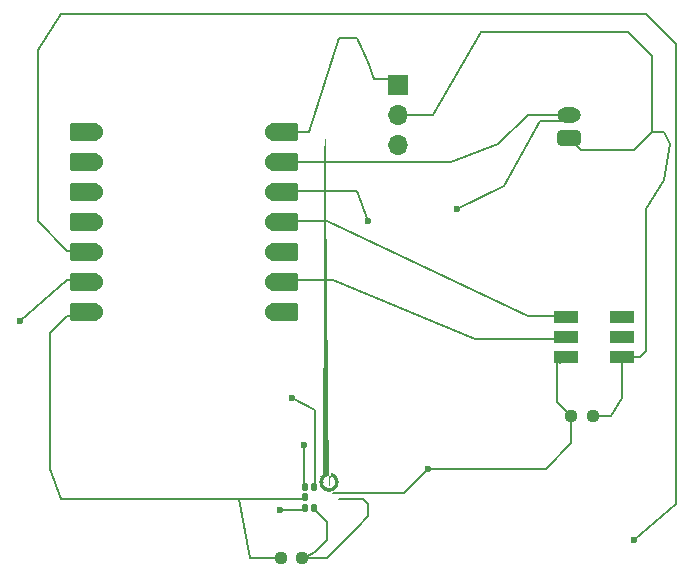
<source format=gbr>
%TF.GenerationSoftware,KiCad,Pcbnew,8.0.8*%
%TF.CreationDate,2025-02-16T12:10:03-08:00*%
%TF.ProjectId,514_pcb,3531345f-7063-4622-9e6b-696361645f70,rev?*%
%TF.SameCoordinates,Original*%
%TF.FileFunction,Copper,L1,Top*%
%TF.FilePolarity,Positive*%
%FSLAX46Y46*%
G04 Gerber Fmt 4.6, Leading zero omitted, Abs format (unit mm)*
G04 Created by KiCad (PCBNEW 8.0.8) date 2025-02-16 12:10:03*
%MOMM*%
%LPD*%
G01*
G04 APERTURE LIST*
G04 Aperture macros list*
%AMRoundRect*
0 Rectangle with rounded corners*
0 $1 Rounding radius*
0 $2 $3 $4 $5 $6 $7 $8 $9 X,Y pos of 4 corners*
0 Add a 4 corners polygon primitive as box body*
4,1,4,$2,$3,$4,$5,$6,$7,$8,$9,$2,$3,0*
0 Add four circle primitives for the rounded corners*
1,1,$1+$1,$2,$3*
1,1,$1+$1,$4,$5*
1,1,$1+$1,$6,$7*
1,1,$1+$1,$8,$9*
0 Add four rect primitives between the rounded corners*
20,1,$1+$1,$2,$3,$4,$5,0*
20,1,$1+$1,$4,$5,$6,$7,0*
20,1,$1+$1,$6,$7,$8,$9,0*
20,1,$1+$1,$8,$9,$2,$3,0*%
%AMFreePoly0*
4,1,53,0.180687,1.453641,0.352314,1.393587,0.506274,1.296847,0.634847,1.168274,0.731587,1.014314,0.791641,0.842687,0.812000,0.662000,0.791641,0.481313,0.731587,0.309686,0.634847,0.155726,0.506274,0.027153,0.352314,-0.069587,0.180687,-0.129641,0.000000,-0.150000,-0.180687,-0.129641,-0.352314,-0.069587,-0.506274,0.027153,-0.634847,0.155726,-0.731587,0.309686,-0.791641,0.481313,
-0.812000,0.662000,-0.517265,0.662000,-0.496312,0.516270,-0.435151,0.382345,-0.338737,0.271077,-0.214880,0.191479,-0.073614,0.150000,0.073614,0.150000,0.214880,0.191479,0.338737,0.271077,0.435151,0.382345,0.496312,0.516270,0.517265,0.662000,0.496312,0.807730,0.435151,0.941655,0.338737,1.052923,0.214880,1.132521,0.073614,1.174000,-0.073614,1.174000,-0.214880,1.132521,
-0.338737,1.052923,-0.435151,0.941655,-0.496312,0.807730,-0.517265,0.662000,-0.812000,0.662000,-0.791641,0.842687,-0.731587,1.014314,-0.634847,1.168274,-0.506274,1.296847,-0.352314,1.393587,-0.180687,1.453641,0.000000,1.474000,0.180687,1.453641,0.180687,1.453641,$1*%
G04 Aperture macros list end*
%TA.AperFunction,Conductor*%
%ADD10C,0.200000*%
%TD*%
%TA.AperFunction,SMDPad,CuDef*%
%ADD11RoundRect,0.152400X1.063600X0.609600X-1.063600X0.609600X-1.063600X-0.609600X1.063600X-0.609600X0*%
%TD*%
%TA.AperFunction,ComponentPad*%
%ADD12C,1.524000*%
%TD*%
%TA.AperFunction,SMDPad,CuDef*%
%ADD13RoundRect,0.152400X-1.063600X-0.609600X1.063600X-0.609600X1.063600X0.609600X-1.063600X0.609600X0*%
%TD*%
%TA.AperFunction,ComponentPad*%
%ADD14R,1.700000X1.700000*%
%TD*%
%TA.AperFunction,ComponentPad*%
%ADD15O,1.700000X1.700000*%
%TD*%
%TA.AperFunction,SMDPad,CuDef*%
%ADD16R,2.000000X1.100000*%
%TD*%
%TA.AperFunction,SMDPad,CuDef*%
%ADD17RoundRect,0.237500X0.250000X0.237500X-0.250000X0.237500X-0.250000X-0.237500X0.250000X-0.237500X0*%
%TD*%
%TA.AperFunction,SMDPad,CuDef*%
%ADD18RoundRect,0.237500X-0.250000X-0.237500X0.250000X-0.237500X0.250000X0.237500X-0.250000X0.237500X0*%
%TD*%
%TA.AperFunction,SMDPad,CuDef*%
%ADD19RoundRect,0.130500X0.130500X-0.169500X0.130500X0.169500X-0.130500X0.169500X-0.130500X-0.169500X0*%
%TD*%
%TA.AperFunction,SMDPad,CuDef*%
%ADD20FreePoly0,180.000000*%
%TD*%
%TA.AperFunction,ComponentPad*%
%ADD21RoundRect,0.250000X0.750000X0.400000X-0.750000X0.400000X-0.750000X-0.400000X0.750000X-0.400000X0*%
%TD*%
%TA.AperFunction,ComponentPad*%
%ADD22O,2.000000X1.300000*%
%TD*%
%TA.AperFunction,ViaPad*%
%ADD23C,0.600000*%
%TD*%
G04 APERTURE END LIST*
D10*
%TO.N,Net-(BT1-+)*%
X118000000Y-74500000D02*
X115500000Y-74500000D01*
X122000000Y-67500000D02*
X118000000Y-74500000D01*
%TO.N,Net-(SW1-A)*%
X113000000Y-71500000D02*
X112500000Y-70000000D01*
X114500000Y-71500000D02*
X113000000Y-71500000D01*
%TO.N,Net-(MK1-DATA)*%
X87500000Y-91500000D02*
X87000000Y-91500000D01*
%TO.N,Net-(MK1-BCLK)*%
X87000000Y-88500000D02*
X88000000Y-88500000D01*
%TO.N,Net-(MK1-WS)*%
X87500000Y-86000000D02*
X87000000Y-86000000D01*
%TO.N,Net-(MK1-VDD)*%
X106000000Y-81000000D02*
X107000000Y-81000000D01*
%TO.N,Net-(BT1-+)*%
X134500000Y-95000000D02*
X134250000Y-95000000D01*
X134000000Y-95000000D02*
X134500000Y-95000000D01*
X134000000Y-98500000D02*
X134000000Y-95000000D01*
X133000000Y-100000000D02*
X134000000Y-98500000D01*
X131500000Y-100000000D02*
X133000000Y-100000000D01*
X138000000Y-77000000D02*
X137500000Y-80000000D01*
X137500000Y-76000000D02*
X138000000Y-77000000D01*
X136500000Y-76000000D02*
X137500000Y-76000000D01*
X136000000Y-82500000D02*
X137500000Y-80000000D01*
%TO.N,Net-(D1-CI)*%
X121500000Y-93500000D02*
X129000000Y-93500000D01*
X109500000Y-88500000D02*
X121500000Y-93500000D01*
X106000000Y-88500000D02*
X109500000Y-88500000D01*
%TO.N,Net-(BT1-+)*%
X130000000Y-77000000D02*
X130500000Y-77500000D01*
%TO.N,Net-(D1-DI)*%
X109000000Y-83500000D02*
X106000000Y-83500000D01*
X126000000Y-91500000D02*
X109000000Y-83500000D01*
X126000000Y-91500000D02*
X128500000Y-91500000D01*
%TO.N,GND*%
X124000000Y-80500000D02*
X120000000Y-82500000D01*
X117500000Y-104500000D02*
X115500000Y-106500000D01*
X127000000Y-75000000D02*
X129000000Y-75000000D01*
X124000000Y-80500000D02*
X127000000Y-75000000D01*
X126000000Y-74500000D02*
X128500000Y-74500000D01*
X123500000Y-77000000D02*
X126000000Y-74500000D01*
%TO.N,Net-(MK1-WS)*%
X138500000Y-68500000D02*
X136000000Y-66000000D01*
%TO.N,Net-(MK1-VDD)*%
X107000000Y-106000000D02*
X107000000Y-102500000D01*
%TO.N,GND*%
X108500000Y-78500000D02*
X119500000Y-78500000D01*
%TO.N,Net-(BT1-+)*%
X135000000Y-77500000D02*
X136500000Y-76000000D01*
%TO.N,Net-(MK1-BCLK)*%
X108000000Y-99500000D02*
X108000000Y-106000000D01*
%TO.N,Net-(BT1-+)*%
X135000000Y-77500000D02*
X130500000Y-77500000D01*
%TO.N,GND*%
X111500000Y-109500000D02*
X112500000Y-108500000D01*
X112500000Y-108500000D02*
X112500000Y-107500000D01*
%TO.N,Net-(SW1-A)*%
X107500000Y-76000000D02*
X106500000Y-76000000D01*
%TO.N,Net-(MK1-BCLK)*%
X83000000Y-92000000D02*
X87000000Y-88500000D01*
%TO.N,Net-(BT1-+)*%
X134500000Y-67500000D02*
X136500000Y-69500000D01*
%TO.N,GND*%
X119500000Y-78500000D02*
X123500000Y-77000000D01*
%TO.N,Net-(SW1-A)*%
X110000000Y-68000000D02*
X107500000Y-76000000D01*
%TO.N,GND*%
X109000000Y-112000000D02*
X107000000Y-112000000D01*
%TO.N,Net-(BT1-+)*%
X122000000Y-67500000D02*
X134500000Y-67500000D01*
%TO.N,Net-(MK1-DATA)*%
X85500000Y-93000000D02*
X87000000Y-91500000D01*
%TO.N,Net-(MK1-VDD)*%
X112500000Y-83500000D02*
X111500000Y-81000000D01*
%TO.N,GND*%
X108500000Y-78500000D02*
X105500000Y-78500000D01*
%TO.N,Net-(MK1-WS)*%
X105000000Y-108000000D02*
X107000000Y-108000000D01*
%TO.N,Net-(MK1-DATA)*%
X102500000Y-112000000D02*
X101500000Y-107000000D01*
%TO.N,Net-(MK1-WS)*%
X84500000Y-69000000D02*
X86500000Y-66000000D01*
X136000000Y-66000000D02*
X86500000Y-66000000D01*
%TO.N,GND*%
X109000000Y-110500000D02*
X108000000Y-111500000D01*
%TO.N,Net-(MK1-DATA)*%
X85500000Y-99500000D02*
X85500000Y-93000000D01*
X86500000Y-107000000D02*
X107000000Y-107000000D01*
%TO.N,GND*%
X108000000Y-108000000D02*
X109000000Y-109000000D01*
%TO.N,Net-(SW1-A)*%
X112500000Y-70000000D02*
X111500000Y-68000000D01*
%TO.N,GND*%
X108000000Y-111500000D02*
X107000000Y-112000000D01*
X112500000Y-107500000D02*
X112000000Y-107000000D01*
%TO.N,Net-(MK1-DATA)*%
X85500000Y-99500000D02*
X85500000Y-104500000D01*
%TO.N,GND*%
X111500000Y-109500000D02*
X109000000Y-112000000D01*
%TO.N,Net-(MK1-DATA)*%
X102500000Y-112000000D02*
X105000000Y-112000000D01*
%TO.N,Net-(MK1-VDD)*%
X107000000Y-81000000D02*
X111500000Y-81000000D01*
%TO.N,Net-(MK1-WS)*%
X135000000Y-110500000D02*
X138500000Y-107500000D01*
%TO.N,GND*%
X109000000Y-109000000D02*
X109000000Y-110500000D01*
%TO.N,Net-(MK1-DATA)*%
X86500000Y-107000000D02*
X85500000Y-104500000D01*
%TO.N,Net-(MK1-WS)*%
X84500000Y-83500000D02*
X87000000Y-86000000D01*
%TO.N,GND*%
X109500000Y-106500000D02*
X115500000Y-106500000D01*
%TO.N,Net-(MK1-BCLK)*%
X108000000Y-99500000D02*
X106000000Y-98500000D01*
%TO.N,Net-(SW1-A)*%
X111500000Y-68000000D02*
X110000000Y-68000000D01*
%TO.N,Net-(MK1-WS)*%
X84500000Y-69000000D02*
X84500000Y-83500000D01*
%TO.N,GND*%
X112000000Y-107000000D02*
X110000000Y-107000000D01*
%TO.N,Net-(BT1-+)*%
X136500000Y-69500000D02*
X136500000Y-76000000D01*
%TO.N,Net-(MK1-WS)*%
X138500000Y-107500000D02*
X138500000Y-68500000D01*
%TD*%
D11*
%TO.P,U1,1,GPIO1/D0/A0*%
%TO.N,unconnected-(U1-GPIO1{slash}D0{slash}A0-Pad1)*%
X88425000Y-75960000D03*
D12*
%TO.N,unconnected-(U1-GPIO1{slash}D0{slash}A0-Pad1)_1*%
X89260000Y-75960000D03*
D11*
%TO.P,U1,2,GPIO2/DA/A1*%
%TO.N,unconnected-(U1-GPIO2{slash}DA{slash}A1-Pad2)*%
X88425000Y-78500000D03*
D12*
%TO.N,unconnected-(U1-GPIO2{slash}DA{slash}A1-Pad2)_1*%
X89260000Y-78500000D03*
D11*
%TO.P,U1,3,GPIO3/D2/A2*%
%TO.N,unconnected-(U1-GPIO3{slash}D2{slash}A2-Pad3)_1*%
X88425000Y-81040000D03*
D12*
%TO.N,unconnected-(U1-GPIO3{slash}D2{slash}A2-Pad3)*%
X89260000Y-81040000D03*
D11*
%TO.P,U1,4,GPIO4/D3/A3*%
%TO.N,unconnected-(U1-GPIO4{slash}D3{slash}A3-Pad4)_1*%
X88425000Y-83580000D03*
D12*
%TO.N,unconnected-(U1-GPIO4{slash}D3{slash}A3-Pad4)*%
X89260000Y-83580000D03*
D11*
%TO.P,U1,5,GPIO5/D4/I2C_SDA*%
%TO.N,Net-(MK1-WS)*%
X88425000Y-86120000D03*
D12*
X89260000Y-86120000D03*
D11*
%TO.P,U1,6,GPIO9/D5/I2C_SCL*%
%TO.N,Net-(MK1-BCLK)*%
X88425000Y-88660000D03*
D12*
X89260000Y-88660000D03*
D11*
%TO.P,U1,7,U0TXD/D6/TX*%
%TO.N,Net-(MK1-DATA)*%
X88425000Y-91200000D03*
D12*
X89260000Y-91200000D03*
%TO.P,U1,8,U0RXD/D7/RX*%
%TO.N,unconnected-(U1-U0RXD{slash}D7{slash}RX-Pad8)_1*%
X104500000Y-91200000D03*
D13*
%TO.N,unconnected-(U1-U0RXD{slash}D7{slash}RX-Pad8)*%
X105335000Y-91200000D03*
D12*
%TO.P,U1,9,GPIO7/D8/A8/SCK*%
%TO.N,Net-(D1-CI)*%
X104500000Y-88660000D03*
D13*
X105335000Y-88660000D03*
D12*
%TO.P,U1,10,GPIO8/D9/A9/MISO*%
%TO.N,unconnected-(U1-GPIO8{slash}D9{slash}A9{slash}MISO-Pad10)_1*%
X104500000Y-86120000D03*
D13*
%TO.N,unconnected-(U1-GPIO8{slash}D9{slash}A9{slash}MISO-Pad10)*%
X105335000Y-86120000D03*
D12*
%TO.P,U1,11,GPIO9/D10/A10/MOSI*%
%TO.N,Net-(D1-DI)*%
X104500000Y-83580000D03*
D13*
X105335000Y-83580000D03*
D12*
%TO.P,U1,12,VCC_3V3*%
%TO.N,Net-(MK1-VDD)*%
X104500000Y-81040000D03*
D13*
X105335000Y-81040000D03*
D12*
%TO.P,U1,13,GND*%
%TO.N,GND*%
X104500000Y-78500000D03*
D13*
X105335000Y-78500000D03*
D12*
%TO.P,U1,14,VBUS*%
%TO.N,Net-(SW1-A)*%
X104500000Y-75960000D03*
D13*
X105335000Y-75960000D03*
%TD*%
D14*
%TO.P,SW1,1,A*%
%TO.N,Net-(SW1-A)*%
X115000000Y-72000000D03*
D15*
%TO.P,SW1,2,B*%
%TO.N,Net-(BT1-+)*%
X115000000Y-74540000D03*
%TO.P,SW1,3,C*%
%TO.N,unconnected-(SW1-C-Pad3)*%
X115000000Y-77080000D03*
%TD*%
D16*
%TO.P,D1,1,DI*%
%TO.N,Net-(D1-DI)*%
X129200000Y-91600000D03*
%TO.P,D1,2,CI*%
%TO.N,Net-(D1-CI)*%
X129200000Y-93300000D03*
%TO.P,D1,3,GND*%
%TO.N,GND*%
X129200000Y-95000000D03*
%TO.P,D1,4,VCC*%
%TO.N,Net-(BT1-+)*%
X134000000Y-95000000D03*
%TO.P,D1,5,CO*%
%TO.N,unconnected-(D1-CO-Pad5)*%
X134000000Y-93300000D03*
%TO.P,D1,6,DO*%
%TO.N,unconnected-(D1-DO-Pad6)*%
X134000000Y-91600000D03*
%TD*%
D17*
%TO.P,C1,1*%
%TO.N,Net-(BT1-+)*%
X131500000Y-100000000D03*
%TO.P,C1,2*%
%TO.N,GND*%
X129675000Y-100000000D03*
%TD*%
D18*
%TO.P,R1,1*%
%TO.N,Net-(MK1-DATA)*%
X105087500Y-112000000D03*
%TO.P,R1,2*%
%TO.N,GND*%
X106912500Y-112000000D03*
%TD*%
D19*
%TO.P,MK1,1,WS*%
%TO.N,Net-(MK1-WS)*%
X107094000Y-107800000D03*
%TO.P,MK1,2,SEL*%
%TO.N,GND*%
X107916000Y-107800000D03*
D20*
%TO.P,MK1,3,GND*%
X109168000Y-106238000D03*
D19*
%TO.P,MK1,4,BCLK*%
%TO.N,Net-(MK1-BCLK)*%
X107916000Y-106000000D03*
%TO.P,MK1,5,VDD*%
%TO.N,Net-(MK1-VDD)*%
X107094000Y-106000000D03*
%TO.P,MK1,6,DATA*%
%TO.N,Net-(MK1-DATA)*%
X107094000Y-106900000D03*
%TD*%
D21*
%TO.P,BT1,1,+*%
%TO.N,Net-(BT1-+)*%
X129500000Y-76500000D03*
D22*
%TO.P,BT1,2,-*%
%TO.N,GND*%
X129500000Y-74500000D03*
%TD*%
D23*
%TO.N,GND*%
X120000000Y-82500000D03*
X117500000Y-104500000D03*
%TO.N,Net-(MK1-VDD)*%
X107000000Y-102500000D03*
X112500000Y-83500000D03*
%TO.N,Net-(MK1-WS)*%
X105000000Y-108000000D03*
X135000000Y-110500000D03*
%TO.N,Net-(MK1-BCLK)*%
X83000000Y-92000000D03*
X106000000Y-98500000D03*
%TD*%
D10*
%TO.N,Net-(BT1-+)*%
X135500000Y-95000000D02*
X136000000Y-94500000D01*
X136000000Y-94500000D02*
X136000000Y-82500000D01*
X134000000Y-95000000D02*
X135500000Y-95000000D01*
%TO.N,GND*%
X127500000Y-104500000D02*
X129675000Y-102325000D01*
X129675000Y-102325000D02*
X129675000Y-100000000D01*
X117500000Y-104500000D02*
X127500000Y-104500000D01*
X128500000Y-98825000D02*
X128500000Y-95500000D01*
X129675000Y-100000000D02*
X128500000Y-98825000D01*
X128687500Y-95512500D02*
X129200000Y-95000000D01*
%TD*%
M02*

</source>
